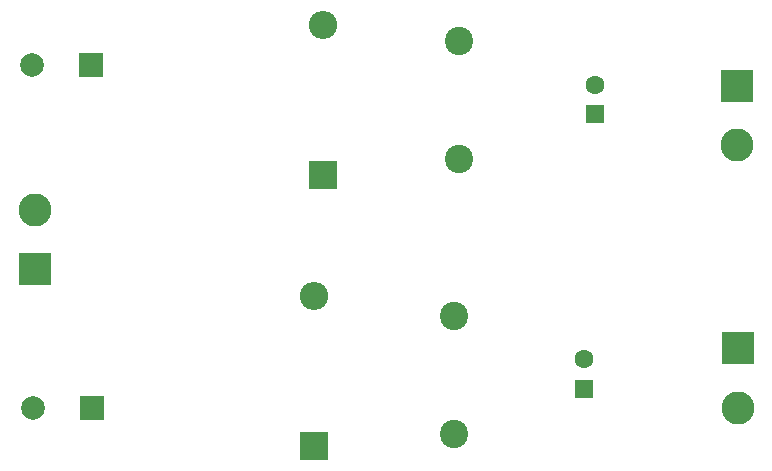
<source format=gbr>
%TF.GenerationSoftware,KiCad,Pcbnew,8.0.7*%
%TF.CreationDate,2024-12-31T18:49:18-05:00*%
%TF.ProjectId,12V-5V-3V3-BuckConverter,3132562d-3556-42d3-9356-332d4275636b,rev?*%
%TF.SameCoordinates,Original*%
%TF.FileFunction,Copper,L2,Bot*%
%TF.FilePolarity,Positive*%
%FSLAX46Y46*%
G04 Gerber Fmt 4.6, Leading zero omitted, Abs format (unit mm)*
G04 Created by KiCad (PCBNEW 8.0.7) date 2024-12-31 18:49:18*
%MOMM*%
%LPD*%
G01*
G04 APERTURE LIST*
%TA.AperFunction,ComponentPad*%
%ADD10C,2.400000*%
%TD*%
%TA.AperFunction,ComponentPad*%
%ADD11C,2.800000*%
%TD*%
%TA.AperFunction,ComponentPad*%
%ADD12R,2.800000X2.800000*%
%TD*%
%TA.AperFunction,ComponentPad*%
%ADD13O,2.400000X2.400000*%
%TD*%
%TA.AperFunction,ComponentPad*%
%ADD14R,2.400000X2.400000*%
%TD*%
%TA.AperFunction,ComponentPad*%
%ADD15R,1.600000X1.600000*%
%TD*%
%TA.AperFunction,ComponentPad*%
%ADD16C,1.600000*%
%TD*%
%TA.AperFunction,ComponentPad*%
%ADD17R,2.000000X2.000000*%
%TD*%
%TA.AperFunction,ComponentPad*%
%ADD18C,2.000000*%
%TD*%
G04 APERTURE END LIST*
D10*
%TO.P,L2,1,1*%
%TO.N,Net-(J2-Pin_2)*%
X190400000Y-76000000D03*
%TO.P,L2,2,2*%
%TO.N,Net-(D2-K)*%
X190400000Y-86000000D03*
%TD*%
%TO.P,L1,1,1*%
%TO.N,Net-(J3-Pin_2)*%
X190000000Y-99250000D03*
%TO.P,L1,2,2*%
%TO.N,Net-(D1-K)*%
X190000000Y-109250000D03*
%TD*%
D11*
%TO.P,J3,2,Pin_2*%
%TO.N,Net-(J3-Pin_2)*%
X214000000Y-107000000D03*
D12*
%TO.P,J3,1,Pin_1*%
%TO.N,Earth*%
X214000000Y-102000000D03*
%TD*%
%TO.P,J2,1,Pin_1*%
%TO.N,Earth*%
X213905000Y-79750000D03*
D11*
%TO.P,J2,2,Pin_2*%
%TO.N,Net-(J2-Pin_2)*%
X213905000Y-84750000D03*
%TD*%
%TO.P,J1,2,Pin_2*%
%TO.N,Net-(J1-Pin_2)*%
X154500000Y-90250000D03*
D12*
%TO.P,J1,1,Pin_1*%
%TO.N,Earth*%
X154500000Y-95250000D03*
%TD*%
D13*
%TO.P,D2,2,A*%
%TO.N,Earth*%
X178900000Y-74650000D03*
D14*
%TO.P,D2,1,K*%
%TO.N,Net-(D2-K)*%
X178900000Y-87350000D03*
%TD*%
%TO.P,D1,1,K*%
%TO.N,Net-(D1-K)*%
X178142677Y-110225000D03*
D13*
%TO.P,D1,2,A*%
%TO.N,Earth*%
X178142677Y-97525000D03*
%TD*%
D15*
%TO.P,C4,1*%
%TO.N,Net-(J2-Pin_2)*%
X201900000Y-82182380D03*
D16*
%TO.P,C4,2*%
%TO.N,Earth*%
X201900000Y-79682380D03*
%TD*%
%TO.P,C3,2*%
%TO.N,Earth*%
X201000000Y-102932380D03*
D15*
%TO.P,C3,1*%
%TO.N,Net-(J3-Pin_2)*%
X201000000Y-105432380D03*
%TD*%
D17*
%TO.P,C2,1*%
%TO.N,Net-(J1-Pin_2)*%
X159267677Y-78000000D03*
D18*
%TO.P,C2,2*%
%TO.N,Earth*%
X154267677Y-78000000D03*
%TD*%
%TO.P,C1,2*%
%TO.N,Earth*%
X154367677Y-107000000D03*
D17*
%TO.P,C1,1*%
%TO.N,Net-(J1-Pin_2)*%
X159367677Y-107000000D03*
%TD*%
M02*

</source>
